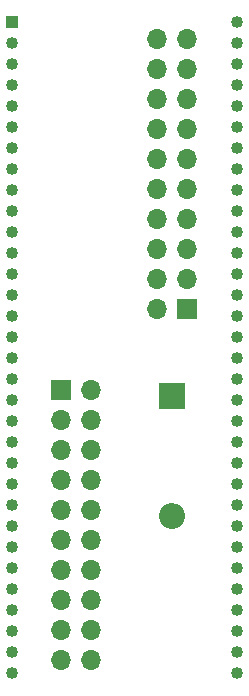
<source format=gbr>
%TF.GenerationSoftware,KiCad,Pcbnew,7.0.1*%
%TF.CreationDate,2023-07-20T10:28:40-07:00*%
%TF.ProjectId,tn_vdp_v9958_socket,746e5f76-6470-45f7-9639-3935385f736f,rev?*%
%TF.SameCoordinates,Original*%
%TF.FileFunction,Soldermask,Bot*%
%TF.FilePolarity,Negative*%
%FSLAX46Y46*%
G04 Gerber Fmt 4.6, Leading zero omitted, Abs format (unit mm)*
G04 Created by KiCad (PCBNEW 7.0.1) date 2023-07-20 10:28:40*
%MOMM*%
%LPD*%
G01*
G04 APERTURE LIST*
%ADD10R,2.200000X2.200000*%
%ADD11O,2.200000X2.200000*%
%ADD12R,1.700000X1.700000*%
%ADD13O,1.700000X1.700000*%
%ADD14R,1.016000X1.016000*%
%ADD15C,1.016000*%
G04 APERTURE END LIST*
D10*
%TO.C,D1*%
X174000000Y-77750000D03*
D11*
X174000000Y-87910000D03*
%TD*%
D12*
%TO.C,J3*%
X164592000Y-77260000D03*
D13*
X167132000Y-77260000D03*
X164592000Y-79800000D03*
X167132000Y-79800000D03*
X164592000Y-82340000D03*
X167132000Y-82340000D03*
X164592000Y-84880000D03*
X167132000Y-84880000D03*
X164592000Y-87420000D03*
X167132000Y-87420000D03*
X164592000Y-89960000D03*
X167132000Y-89960000D03*
X164592000Y-92500000D03*
X167132000Y-92500000D03*
X164592000Y-95040000D03*
X167132000Y-95040000D03*
X164592000Y-97580000D03*
X167132000Y-97580000D03*
X164592000Y-100120000D03*
X167132000Y-100120000D03*
%TD*%
D14*
%TO.C,U1*%
X160450000Y-46132000D03*
D15*
X160450000Y-47910000D03*
X160450000Y-49688000D03*
X160450000Y-51466000D03*
X160450000Y-53244000D03*
X160450000Y-55022000D03*
X160450000Y-56800000D03*
X160450000Y-58578000D03*
X160450000Y-60356000D03*
X160450000Y-62134000D03*
X160450000Y-63912000D03*
X160450000Y-65690000D03*
X160450000Y-67468000D03*
X160450000Y-69246000D03*
X160450000Y-71024000D03*
X160450000Y-72802000D03*
X160450000Y-74580000D03*
X160450000Y-76358000D03*
X160450000Y-78136000D03*
X160450000Y-79914000D03*
X160450000Y-81692000D03*
X160450000Y-83470000D03*
X160450000Y-85248000D03*
X160450000Y-87026000D03*
X160450000Y-88804000D03*
X160450000Y-90582000D03*
X160450000Y-92360000D03*
X160450000Y-94138000D03*
X160450000Y-95916000D03*
X160450000Y-97694000D03*
X160450000Y-99472000D03*
X160450000Y-101250000D03*
X179500000Y-101250000D03*
X179500000Y-99472000D03*
X179500000Y-97694000D03*
X179500000Y-95916000D03*
X179500000Y-94138000D03*
X179500000Y-92360000D03*
X179500000Y-90582000D03*
X179500000Y-88804000D03*
X179500000Y-87026000D03*
X179500000Y-85248000D03*
X179500000Y-83470000D03*
X179500000Y-81692000D03*
X179500000Y-79914000D03*
X179500000Y-78136000D03*
X179500000Y-76358000D03*
X179500000Y-74580000D03*
X179500000Y-72802000D03*
X179500000Y-71024000D03*
X179500000Y-69246000D03*
X179500000Y-67468000D03*
X179500000Y-65690000D03*
X179500000Y-63912000D03*
X179500000Y-62134000D03*
X179500000Y-60356000D03*
X179500000Y-58578000D03*
X179500000Y-56800000D03*
X179500000Y-55022000D03*
X179500000Y-53244000D03*
X179500000Y-51466000D03*
X179500000Y-49688000D03*
X179500000Y-47910000D03*
X179500000Y-46132000D03*
%TD*%
D12*
%TO.C,J4*%
X175290000Y-70370000D03*
D13*
X172750000Y-70370000D03*
X175290000Y-67830000D03*
X172750000Y-67830000D03*
X175290000Y-65290000D03*
X172750000Y-65290000D03*
X175290000Y-62750000D03*
X172750000Y-62750000D03*
X175290000Y-60210000D03*
X172750000Y-60210000D03*
X175290000Y-57670000D03*
X172750000Y-57670000D03*
X175290000Y-55130000D03*
X172750000Y-55130000D03*
X175290000Y-52590000D03*
X172750000Y-52590000D03*
X175290000Y-50050000D03*
X172750000Y-50050000D03*
X175290000Y-47510000D03*
X172750000Y-47510000D03*
%TD*%
M02*

</source>
